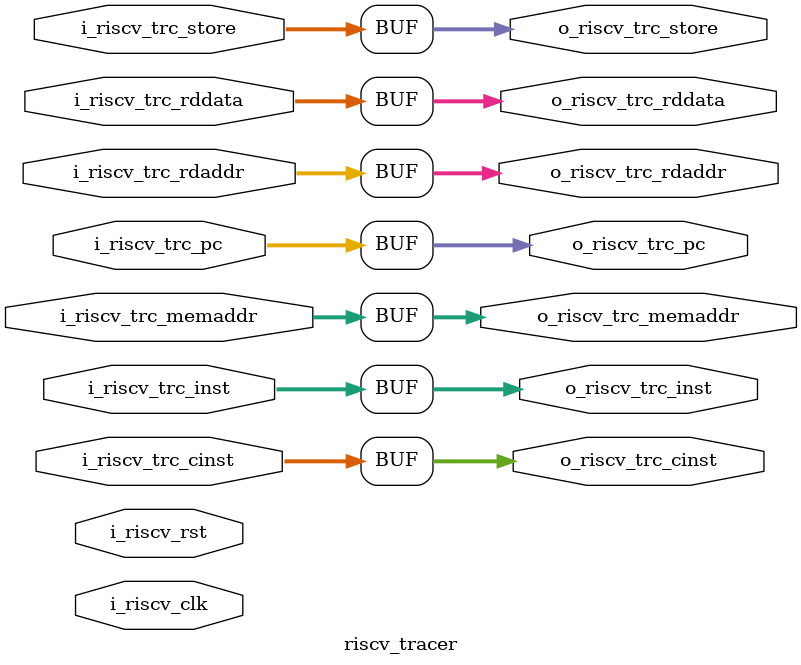
<source format=v>
module riscv_tracer #(parameter dwidth=64,iwidth=32,awidth=5,cwidth=16) (
  input   wire                i_riscv_clk         ,
  input   wire                i_riscv_rst         ,
  input   wire [iwidth-1:0]   i_riscv_trc_inst    ,
  input   wire [cwidth-1:0]   i_riscv_trc_cinst   ,
  input   wire [awidth-1:0]   i_riscv_trc_rdaddr  ,
  input   wire [dwidth-1:0]   i_riscv_trc_memaddr ,
  input   wire [dwidth-1:0]   i_riscv_trc_pc      ,
  input   wire [dwidth-1:0]   i_riscv_trc_store   ,
  input   wire [dwidth-1:0]   i_riscv_trc_rddata  ,
  
  output  wire [iwidth-1:0]   o_riscv_trc_inst    ,
  output  wire [cwidth-1:0]   o_riscv_trc_cinst   ,
  output  wire [awidth-1:0]   o_riscv_trc_rdaddr  ,
  output  wire [dwidth-1:0]   o_riscv_trc_memaddr ,
  output  wire [dwidth-1:0]   o_riscv_trc_pc      ,
  output  wire [dwidth-1:0]   o_riscv_trc_store   ,
  output  wire [dwidth-1:0]   o_riscv_trc_rddata  );

  // internal registers
  (* dont_touch = "yes" *) reg [iwidth-1:0]   reg_riscv_trc_inst     ;
  (* dont_touch = "yes" *) reg [cwidth-1:0]   reg_riscv_trc_cinst    ;
  (* dont_touch = "yes" *) reg [awidth-1:0]   reg_riscv_trc_rdaddr   ;
  (* dont_touch = "yes" *) reg [dwidth-1:0]   reg_riscv_trc_memaddr  ;
  (* dont_touch = "yes" *) reg [dwidth-1:0]   reg_riscv_trc_pc       ;
  (* dont_touch = "yes" *) reg [dwidth-1:0]   reg_riscv_trc_store    ;
  (* dont_touch = "yes" *) reg [dwidth-1:0]   reg_riscv_trc_rddata   ;


 always @(posedge i_riscv_clk or posedge i_riscv_rst )
    begin:tracer_proc
      if(i_riscv_rst)
        begin
         reg_riscv_trc_inst     <='b0;
         reg_riscv_trc_cinst    <='b0;
         reg_riscv_trc_rdaddr   <='b0;
         reg_riscv_trc_memaddr  <='b0;
         reg_riscv_trc_pc       <='b0;
         reg_riscv_trc_store    <='b0;
         reg_riscv_trc_rddata   <='b0;
        end
      else
        begin
         reg_riscv_trc_inst     <= i_riscv_trc_inst;
         reg_riscv_trc_cinst    <= i_riscv_trc_cinst;
         reg_riscv_trc_rdaddr   <= i_riscv_trc_rdaddr;
         reg_riscv_trc_rddata   <= i_riscv_trc_rddata;
         reg_riscv_trc_memaddr  <= i_riscv_trc_memaddr;
         reg_riscv_trc_pc       <= i_riscv_trc_pc;
         reg_riscv_trc_store    <= i_riscv_trc_store;
         reg_riscv_trc_rddata   <= i_riscv_trc_rddata;
        end
    end

    assign o_riscv_trc_inst     = i_riscv_trc_inst    ;
    assign o_riscv_trc_cinst    = i_riscv_trc_cinst   ;
    assign o_riscv_trc_rdaddr   = i_riscv_trc_rdaddr  ;
    assign o_riscv_trc_memaddr  = i_riscv_trc_memaddr ;
    assign o_riscv_trc_pc       = i_riscv_trc_pc      ;
    assign o_riscv_trc_store    = i_riscv_trc_store   ;
    assign o_riscv_trc_rddata   = i_riscv_trc_rddata  ;


endmodule 
</source>
